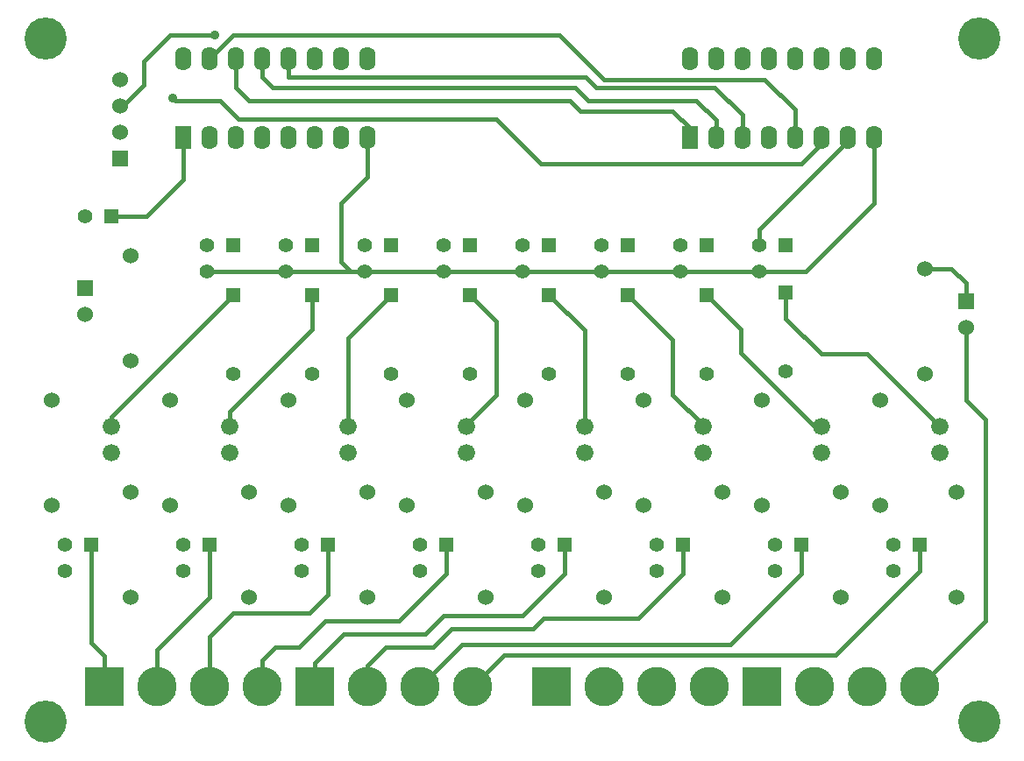
<source format=gtl>
G04 (created by PCBNEW (2013-jul-07)-stable) date Sun 02 Mar 2014 07:09:40 PM PST*
%MOIN*%
G04 Gerber Fmt 3.4, Leading zero omitted, Abs format*
%FSLAX34Y34*%
G01*
G70*
G90*
G04 APERTURE LIST*
%ADD10C,0.00590551*%
%ADD11R,0.055X0.055*%
%ADD12C,0.055*%
%ADD13C,0.06*%
%ADD14R,0.06X0.06*%
%ADD15C,0.066*%
%ADD16R,0.062X0.09*%
%ADD17O,0.062X0.09*%
%ADD18C,0.15*%
%ADD19R,0.15X0.15*%
%ADD20C,0.16*%
%ADD21C,0.035*%
%ADD22C,0.015*%
G04 APERTURE END LIST*
G54D10*
G54D11*
X87900Y-63100D03*
G54D12*
X86900Y-63100D03*
X86900Y-64100D03*
G54D11*
X96900Y-63100D03*
G54D12*
X95900Y-63100D03*
X95900Y-64100D03*
G54D11*
X93900Y-63100D03*
G54D12*
X92900Y-63100D03*
X92900Y-64100D03*
G54D11*
X90900Y-63100D03*
G54D12*
X89900Y-63100D03*
X89900Y-64100D03*
G54D11*
X84900Y-63100D03*
G54D12*
X83900Y-63100D03*
X83900Y-64100D03*
G54D11*
X81900Y-63100D03*
G54D12*
X80900Y-63100D03*
X80900Y-64100D03*
G54D11*
X75900Y-63100D03*
G54D12*
X74900Y-63100D03*
X74900Y-64100D03*
G54D11*
X78900Y-63100D03*
G54D12*
X77900Y-63100D03*
X77900Y-64100D03*
G54D11*
X79500Y-74500D03*
G54D12*
X78500Y-74500D03*
X78500Y-75500D03*
G54D11*
X88500Y-74500D03*
G54D12*
X87500Y-74500D03*
X87500Y-75500D03*
G54D11*
X102000Y-74500D03*
G54D12*
X101000Y-74500D03*
X101000Y-75500D03*
G54D11*
X97500Y-74500D03*
G54D12*
X96500Y-74500D03*
X96500Y-75500D03*
G54D11*
X93000Y-74500D03*
G54D12*
X92000Y-74500D03*
X92000Y-75500D03*
G54D11*
X84000Y-74500D03*
G54D12*
X83000Y-74500D03*
X83000Y-75500D03*
G54D11*
X75000Y-74500D03*
G54D12*
X74000Y-74500D03*
X74000Y-75500D03*
G54D11*
X70500Y-74500D03*
G54D12*
X69500Y-74500D03*
X69500Y-75500D03*
G54D13*
X94500Y-76500D03*
X94500Y-72500D03*
X102200Y-64000D03*
X102200Y-68000D03*
X87000Y-69000D03*
X87000Y-73000D03*
X90000Y-76500D03*
X90000Y-72500D03*
X100500Y-69000D03*
X100500Y-73000D03*
X103400Y-76500D03*
X103400Y-72500D03*
X96000Y-69000D03*
X96000Y-73000D03*
X99000Y-76500D03*
X99000Y-72500D03*
X91500Y-69000D03*
X91500Y-73000D03*
X69000Y-69000D03*
X69000Y-73000D03*
X82500Y-69000D03*
X82500Y-73000D03*
X85500Y-76500D03*
X85500Y-72500D03*
X72000Y-67500D03*
X72000Y-63500D03*
X72000Y-76500D03*
X72000Y-72500D03*
X76500Y-76500D03*
X76500Y-72500D03*
X73500Y-69000D03*
X73500Y-73000D03*
X81000Y-76500D03*
X81000Y-72500D03*
X78000Y-69000D03*
X78000Y-73000D03*
G54D14*
X71600Y-59800D03*
G54D13*
X71600Y-58800D03*
X71600Y-57800D03*
X71600Y-56800D03*
G54D14*
X103750Y-65250D03*
G54D13*
X103750Y-66250D03*
G54D14*
X70250Y-64750D03*
G54D13*
X70250Y-65750D03*
G54D15*
X93750Y-71000D03*
X93750Y-70000D03*
X75750Y-71000D03*
X75750Y-70000D03*
X89250Y-71000D03*
X89250Y-70000D03*
X71250Y-71000D03*
X71250Y-70000D03*
X102750Y-71000D03*
X102750Y-70000D03*
X84750Y-71000D03*
X84750Y-70000D03*
X80250Y-71000D03*
X80250Y-70000D03*
X98250Y-71000D03*
X98250Y-70000D03*
G54D16*
X74000Y-59000D03*
G54D17*
X75000Y-59000D03*
X76000Y-59000D03*
X77000Y-59000D03*
X78000Y-59000D03*
X79000Y-59000D03*
X80000Y-59000D03*
X81000Y-59000D03*
X81000Y-56000D03*
X80000Y-56000D03*
X79000Y-56000D03*
X78000Y-56000D03*
X77000Y-56000D03*
X76000Y-56000D03*
X75000Y-56000D03*
X74000Y-56000D03*
G54D16*
X93250Y-59000D03*
G54D17*
X94250Y-59000D03*
X95250Y-59000D03*
X96250Y-59000D03*
X97250Y-59000D03*
X98250Y-59000D03*
X99250Y-59000D03*
X100250Y-59000D03*
X100250Y-56000D03*
X99250Y-56000D03*
X98250Y-56000D03*
X97250Y-56000D03*
X96250Y-56000D03*
X95250Y-56000D03*
X94250Y-56000D03*
X93250Y-56000D03*
G54D11*
X71250Y-62000D03*
G54D12*
X70250Y-62000D03*
G54D18*
X73000Y-79900D03*
X75000Y-79900D03*
G54D19*
X71000Y-79900D03*
G54D18*
X77000Y-79900D03*
X81000Y-79900D03*
X83000Y-79900D03*
G54D19*
X79000Y-79900D03*
G54D18*
X85000Y-79900D03*
X90000Y-79900D03*
X92000Y-79900D03*
G54D19*
X88000Y-79900D03*
G54D18*
X94000Y-79900D03*
X98000Y-79900D03*
X100000Y-79900D03*
G54D19*
X96000Y-79900D03*
G54D18*
X102000Y-79900D03*
G54D11*
X75900Y-65000D03*
G54D12*
X75900Y-68000D03*
G54D11*
X78900Y-65000D03*
G54D12*
X78900Y-68000D03*
G54D11*
X81900Y-65000D03*
G54D12*
X81900Y-68000D03*
G54D11*
X84900Y-65000D03*
G54D12*
X84900Y-68000D03*
G54D11*
X90900Y-65000D03*
G54D12*
X90900Y-68000D03*
G54D11*
X93900Y-65000D03*
G54D12*
X93900Y-68000D03*
G54D11*
X96900Y-64900D03*
G54D12*
X96900Y-67900D03*
G54D11*
X87900Y-65000D03*
G54D12*
X87900Y-68000D03*
G54D20*
X68750Y-55250D03*
X104250Y-55250D03*
X104250Y-81250D03*
X68750Y-81250D03*
G54D21*
X73600Y-57500D03*
X75200Y-55100D03*
G54D22*
X98250Y-59250D02*
X98250Y-59000D01*
X97500Y-60000D02*
X98250Y-59250D01*
X87600Y-60000D02*
X97500Y-60000D01*
X85900Y-58300D02*
X87600Y-60000D01*
X76100Y-58300D02*
X85900Y-58300D01*
X75400Y-57600D02*
X76100Y-58300D01*
X73700Y-57600D02*
X75400Y-57600D01*
X73600Y-57500D02*
X73700Y-57600D01*
X95250Y-59000D02*
X95250Y-58150D01*
X78000Y-56700D02*
X78000Y-56000D01*
X89300Y-56700D02*
X78000Y-56700D01*
X89700Y-57100D02*
X89300Y-56700D01*
X94200Y-57100D02*
X89700Y-57100D01*
X95250Y-58150D02*
X94200Y-57100D01*
X71700Y-57800D02*
X71600Y-57800D01*
X72500Y-57000D02*
X71700Y-57800D01*
X72500Y-56100D02*
X72500Y-57000D01*
X73500Y-55100D02*
X72500Y-56100D01*
X75200Y-55100D02*
X73500Y-55100D01*
X71000Y-79900D02*
X71000Y-78750D01*
X70500Y-78250D02*
X70500Y-74500D01*
X71000Y-78750D02*
X70500Y-78250D01*
X75000Y-74500D02*
X75000Y-76500D01*
X73000Y-78500D02*
X73000Y-79900D01*
X75000Y-76500D02*
X73000Y-78500D01*
X79500Y-74500D02*
X79500Y-76400D01*
X75000Y-78000D02*
X75000Y-79900D01*
X75900Y-77100D02*
X75000Y-78000D01*
X78800Y-77100D02*
X75900Y-77100D01*
X79500Y-76400D02*
X78800Y-77100D01*
X84000Y-74500D02*
X84000Y-75600D01*
X77000Y-78900D02*
X77000Y-79900D01*
X77500Y-78400D02*
X77000Y-78900D01*
X78400Y-78400D02*
X77500Y-78400D01*
X79400Y-77400D02*
X78400Y-78400D01*
X82200Y-77400D02*
X79400Y-77400D01*
X84000Y-75600D02*
X82200Y-77400D01*
X88500Y-74500D02*
X88500Y-75600D01*
X79000Y-79000D02*
X79000Y-79900D01*
X80100Y-77900D02*
X79000Y-79000D01*
X83200Y-77900D02*
X80100Y-77900D01*
X83900Y-77200D02*
X83200Y-77900D01*
X86900Y-77200D02*
X83900Y-77200D01*
X88500Y-75600D02*
X86900Y-77200D01*
X93000Y-74500D02*
X93000Y-75600D01*
X81000Y-79100D02*
X81000Y-79900D01*
X81700Y-78400D02*
X81000Y-79100D01*
X83500Y-78400D02*
X81700Y-78400D01*
X84200Y-77700D02*
X83500Y-78400D01*
X87300Y-77700D02*
X84200Y-77700D01*
X87700Y-77300D02*
X87300Y-77700D01*
X91300Y-77300D02*
X87700Y-77300D01*
X93000Y-75600D02*
X91300Y-77300D01*
X97500Y-74500D02*
X97500Y-75600D01*
X84600Y-78300D02*
X83000Y-79900D01*
X94800Y-78300D02*
X84600Y-78300D01*
X97500Y-75600D02*
X94800Y-78300D01*
X99250Y-59000D02*
X99250Y-59150D01*
X95900Y-62500D02*
X95900Y-63100D01*
X99250Y-59150D02*
X95900Y-62500D01*
X102000Y-74500D02*
X102000Y-75500D01*
X86200Y-78700D02*
X85000Y-79900D01*
X98800Y-78700D02*
X86200Y-78700D01*
X102000Y-75500D02*
X98800Y-78700D01*
X81000Y-59000D02*
X81000Y-60500D01*
X80350Y-64100D02*
X80900Y-64100D01*
X80000Y-63750D02*
X80350Y-64100D01*
X80000Y-61500D02*
X80000Y-63750D01*
X81000Y-60500D02*
X80000Y-61500D01*
X95900Y-64100D02*
X97650Y-64100D01*
X100250Y-61500D02*
X100250Y-59000D01*
X97650Y-64100D02*
X100250Y-61500D01*
X92900Y-64100D02*
X95900Y-64100D01*
X89900Y-64100D02*
X92900Y-64100D01*
X86900Y-64100D02*
X89900Y-64100D01*
X83900Y-64100D02*
X86900Y-64100D01*
X80900Y-64100D02*
X83900Y-64100D01*
X77900Y-64100D02*
X80900Y-64100D01*
X74900Y-64100D02*
X77900Y-64100D01*
X103750Y-65250D02*
X103750Y-64550D01*
X103200Y-64000D02*
X102200Y-64000D01*
X103750Y-64550D02*
X103200Y-64000D01*
X103750Y-66250D02*
X103750Y-69000D01*
X104500Y-77400D02*
X102000Y-79900D01*
X104500Y-69750D02*
X104500Y-77400D01*
X103750Y-69000D02*
X104500Y-69750D01*
X71250Y-62000D02*
X72600Y-62000D01*
X74000Y-60600D02*
X74000Y-59000D01*
X72600Y-62000D02*
X74000Y-60600D01*
X94250Y-59000D02*
X94250Y-58350D01*
X77000Y-56700D02*
X77000Y-56000D01*
X77400Y-57100D02*
X77000Y-56700D01*
X88900Y-57100D02*
X77400Y-57100D01*
X89400Y-57600D02*
X88900Y-57100D01*
X93500Y-57600D02*
X89400Y-57600D01*
X94250Y-58350D02*
X93500Y-57600D01*
X93250Y-59000D02*
X93250Y-58650D01*
X76000Y-57100D02*
X76000Y-56000D01*
X76500Y-57600D02*
X76000Y-57100D01*
X88700Y-57600D02*
X76500Y-57600D01*
X89100Y-58000D02*
X88700Y-57600D01*
X92600Y-58000D02*
X89100Y-58000D01*
X93250Y-58650D02*
X92600Y-58000D01*
X97250Y-59000D02*
X97250Y-57950D01*
X75900Y-55100D02*
X75000Y-56000D01*
X88300Y-55100D02*
X75900Y-55100D01*
X90000Y-56800D02*
X88300Y-55100D01*
X96100Y-56800D02*
X90000Y-56800D01*
X97250Y-57950D02*
X96100Y-56800D01*
X93750Y-70000D02*
X93750Y-69950D01*
X92600Y-66700D02*
X90900Y-65000D01*
X92600Y-68800D02*
X92600Y-66700D01*
X93750Y-69950D02*
X92600Y-68800D01*
X75750Y-70000D02*
X75750Y-69450D01*
X78900Y-66300D02*
X78900Y-65000D01*
X75750Y-69450D02*
X78900Y-66300D01*
X80250Y-70000D02*
X80250Y-66650D01*
X80250Y-66650D02*
X81900Y-65000D01*
X84750Y-70000D02*
X84750Y-69950D01*
X85900Y-66000D02*
X84900Y-65000D01*
X85900Y-68800D02*
X85900Y-66000D01*
X84750Y-69950D02*
X85900Y-68800D01*
X71250Y-70000D02*
X71250Y-69650D01*
X71250Y-69650D02*
X75900Y-65000D01*
X89250Y-70000D02*
X89250Y-66350D01*
X89250Y-66350D02*
X87900Y-65000D01*
X102750Y-70000D02*
X100000Y-67250D01*
X96900Y-65900D02*
X96900Y-64900D01*
X98250Y-67250D02*
X96900Y-65900D01*
X100000Y-67250D02*
X98250Y-67250D01*
X98250Y-70000D02*
X98000Y-70000D01*
X95200Y-66300D02*
X93900Y-65000D01*
X95200Y-67200D02*
X95200Y-66300D01*
X98000Y-70000D02*
X95200Y-67200D01*
M02*

</source>
